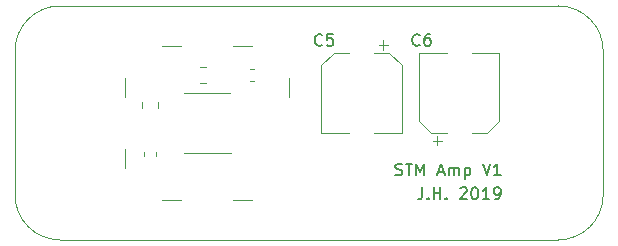
<source format=gto>
G04 #@! TF.GenerationSoftware,KiCad,Pcbnew,5.1.4*
G04 #@! TF.CreationDate,2019-09-17T23:22:18+02:00*
G04 #@! TF.ProjectId,Tunnelling-Amp,54756e6e-656c-46c6-996e-672d416d702e,rev?*
G04 #@! TF.SameCoordinates,Original*
G04 #@! TF.FileFunction,Legend,Top*
G04 #@! TF.FilePolarity,Positive*
%FSLAX46Y46*%
G04 Gerber Fmt 4.6, Leading zero omitted, Abs format (unit mm)*
G04 Created by KiCad (PCBNEW 5.1.4) date 2019-09-17 23:22:18*
%MOMM*%
%LPD*%
G04 APERTURE LIST*
%ADD10C,0.150000*%
%ADD11C,0.050000*%
%ADD12C,0.120000*%
G04 APERTURE END LIST*
D10*
X121992976Y-130567380D02*
X121992976Y-131281666D01*
X121945357Y-131424523D01*
X121850119Y-131519761D01*
X121707261Y-131567380D01*
X121612023Y-131567380D01*
X122469166Y-131472142D02*
X122516785Y-131519761D01*
X122469166Y-131567380D01*
X122421547Y-131519761D01*
X122469166Y-131472142D01*
X122469166Y-131567380D01*
X122945357Y-131567380D02*
X122945357Y-130567380D01*
X122945357Y-131043571D02*
X123516785Y-131043571D01*
X123516785Y-131567380D02*
X123516785Y-130567380D01*
X123992976Y-131472142D02*
X124040595Y-131519761D01*
X123992976Y-131567380D01*
X123945357Y-131519761D01*
X123992976Y-131472142D01*
X123992976Y-131567380D01*
X125183452Y-130662619D02*
X125231071Y-130615000D01*
X125326309Y-130567380D01*
X125564404Y-130567380D01*
X125659642Y-130615000D01*
X125707261Y-130662619D01*
X125754880Y-130757857D01*
X125754880Y-130853095D01*
X125707261Y-130995952D01*
X125135833Y-131567380D01*
X125754880Y-131567380D01*
X126373928Y-130567380D02*
X126469166Y-130567380D01*
X126564404Y-130615000D01*
X126612023Y-130662619D01*
X126659642Y-130757857D01*
X126707261Y-130948333D01*
X126707261Y-131186428D01*
X126659642Y-131376904D01*
X126612023Y-131472142D01*
X126564404Y-131519761D01*
X126469166Y-131567380D01*
X126373928Y-131567380D01*
X126278690Y-131519761D01*
X126231071Y-131472142D01*
X126183452Y-131376904D01*
X126135833Y-131186428D01*
X126135833Y-130948333D01*
X126183452Y-130757857D01*
X126231071Y-130662619D01*
X126278690Y-130615000D01*
X126373928Y-130567380D01*
X127659642Y-131567380D02*
X127088214Y-131567380D01*
X127373928Y-131567380D02*
X127373928Y-130567380D01*
X127278690Y-130710238D01*
X127183452Y-130805476D01*
X127088214Y-130853095D01*
X128135833Y-131567380D02*
X128326309Y-131567380D01*
X128421547Y-131519761D01*
X128469166Y-131472142D01*
X128564404Y-131329285D01*
X128612023Y-131138809D01*
X128612023Y-130757857D01*
X128564404Y-130662619D01*
X128516785Y-130615000D01*
X128421547Y-130567380D01*
X128231071Y-130567380D01*
X128135833Y-130615000D01*
X128088214Y-130662619D01*
X128040595Y-130757857D01*
X128040595Y-130995952D01*
X128088214Y-131091190D01*
X128135833Y-131138809D01*
X128231071Y-131186428D01*
X128421547Y-131186428D01*
X128516785Y-131138809D01*
X128564404Y-131091190D01*
X128612023Y-130995952D01*
X119707261Y-129519761D02*
X119850119Y-129567380D01*
X120088214Y-129567380D01*
X120183452Y-129519761D01*
X120231071Y-129472142D01*
X120278690Y-129376904D01*
X120278690Y-129281666D01*
X120231071Y-129186428D01*
X120183452Y-129138809D01*
X120088214Y-129091190D01*
X119897738Y-129043571D01*
X119802500Y-128995952D01*
X119754880Y-128948333D01*
X119707261Y-128853095D01*
X119707261Y-128757857D01*
X119754880Y-128662619D01*
X119802500Y-128615000D01*
X119897738Y-128567380D01*
X120135833Y-128567380D01*
X120278690Y-128615000D01*
X120564404Y-128567380D02*
X121135833Y-128567380D01*
X120850119Y-129567380D02*
X120850119Y-128567380D01*
X121469166Y-129567380D02*
X121469166Y-128567380D01*
X121802500Y-129281666D01*
X122135833Y-128567380D01*
X122135833Y-129567380D01*
X123326309Y-129281666D02*
X123802500Y-129281666D01*
X123231071Y-129567380D02*
X123564404Y-128567380D01*
X123897738Y-129567380D01*
X124231071Y-129567380D02*
X124231071Y-128900714D01*
X124231071Y-128995952D02*
X124278690Y-128948333D01*
X124373928Y-128900714D01*
X124516785Y-128900714D01*
X124612023Y-128948333D01*
X124659642Y-129043571D01*
X124659642Y-129567380D01*
X124659642Y-129043571D02*
X124707261Y-128948333D01*
X124802500Y-128900714D01*
X124945357Y-128900714D01*
X125040595Y-128948333D01*
X125088214Y-129043571D01*
X125088214Y-129567380D01*
X125564404Y-128900714D02*
X125564404Y-129900714D01*
X125564404Y-128948333D02*
X125659642Y-128900714D01*
X125850119Y-128900714D01*
X125945357Y-128948333D01*
X125992976Y-128995952D01*
X126040595Y-129091190D01*
X126040595Y-129376904D01*
X125992976Y-129472142D01*
X125945357Y-129519761D01*
X125850119Y-129567380D01*
X125659642Y-129567380D01*
X125564404Y-129519761D01*
X127088214Y-128567380D02*
X127421547Y-129567380D01*
X127754880Y-128567380D01*
X128612023Y-129567380D02*
X128040595Y-129567380D01*
X128326309Y-129567380D02*
X128326309Y-128567380D01*
X128231071Y-128710238D01*
X128135833Y-128805476D01*
X128040595Y-128853095D01*
D11*
X137300000Y-131215000D02*
X137300000Y-119115000D01*
X91300000Y-135015000D02*
X133500000Y-135015000D01*
X87500000Y-119015000D02*
X87500000Y-131215000D01*
X133500000Y-115213684D02*
X91300000Y-115215000D01*
X137300000Y-131215000D02*
G75*
G02X133500000Y-135015000I-3800000J0D01*
G01*
X133500000Y-115213684D02*
G75*
G02X137300000Y-119115000I0J-3801316D01*
G01*
X87500000Y-119015000D02*
G75*
G02X91300000Y-115215000I3800000J0D01*
G01*
X91300000Y-135015000D02*
G75*
G02X87500000Y-131215000I0J3800000D01*
G01*
D12*
X101830000Y-127675000D02*
X105788000Y-127675000D01*
X103756000Y-122555000D02*
X105706000Y-122555000D01*
X103756000Y-122555000D02*
X101806000Y-122555000D01*
X105956000Y-118615000D02*
X107556000Y-118615000D01*
X105956000Y-131615000D02*
X107556000Y-131615000D01*
X99956000Y-118615000D02*
X101556000Y-118615000D01*
X99956000Y-131615000D02*
X101556000Y-131615000D01*
X110736000Y-122915000D02*
X110736000Y-121315000D01*
X96776000Y-122915000D02*
X96776000Y-121315000D01*
X96776000Y-128915000D02*
X96776000Y-127315000D01*
X122858750Y-126618750D02*
X123646250Y-126618750D01*
X123252500Y-127012500D02*
X123252500Y-126225000D01*
X127445563Y-125985000D02*
X128510000Y-124920563D01*
X122754437Y-125985000D02*
X121690000Y-124920563D01*
X122754437Y-125985000D02*
X124040000Y-125985000D01*
X127445563Y-125985000D02*
X126160000Y-125985000D01*
X128510000Y-124920563D02*
X128510000Y-119165000D01*
X121690000Y-124920563D02*
X121690000Y-119165000D01*
X121690000Y-119165000D02*
X124040000Y-119165000D01*
X128510000Y-119165000D02*
X126160000Y-119165000D01*
X119086250Y-118531250D02*
X118298750Y-118531250D01*
X118692500Y-118137500D02*
X118692500Y-118925000D01*
X114499437Y-119165000D02*
X113435000Y-120229437D01*
X119190563Y-119165000D02*
X120255000Y-120229437D01*
X119190563Y-119165000D02*
X117905000Y-119165000D01*
X114499437Y-119165000D02*
X115785000Y-119165000D01*
X113435000Y-120229437D02*
X113435000Y-125985000D01*
X120255000Y-120229437D02*
X120255000Y-125985000D01*
X120255000Y-125985000D02*
X117905000Y-125985000D01*
X113435000Y-125985000D02*
X115785000Y-125985000D01*
X103121748Y-121761000D02*
X103644252Y-121761000D01*
X103121748Y-120341000D02*
X103644252Y-120341000D01*
X99640000Y-123852252D02*
X99640000Y-123329748D01*
X98220000Y-123852252D02*
X98220000Y-123329748D01*
X107737267Y-120541000D02*
X107394733Y-120541000D01*
X107737267Y-121561000D02*
X107394733Y-121561000D01*
X98420000Y-127610733D02*
X98420000Y-127953267D01*
X99440000Y-127610733D02*
X99440000Y-127953267D01*
D10*
X121758333Y-118487142D02*
X121710714Y-118534761D01*
X121567857Y-118582380D01*
X121472619Y-118582380D01*
X121329761Y-118534761D01*
X121234523Y-118439523D01*
X121186904Y-118344285D01*
X121139285Y-118153809D01*
X121139285Y-118010952D01*
X121186904Y-117820476D01*
X121234523Y-117725238D01*
X121329761Y-117630000D01*
X121472619Y-117582380D01*
X121567857Y-117582380D01*
X121710714Y-117630000D01*
X121758333Y-117677619D01*
X122615476Y-117582380D02*
X122425000Y-117582380D01*
X122329761Y-117630000D01*
X122282142Y-117677619D01*
X122186904Y-117820476D01*
X122139285Y-118010952D01*
X122139285Y-118391904D01*
X122186904Y-118487142D01*
X122234523Y-118534761D01*
X122329761Y-118582380D01*
X122520238Y-118582380D01*
X122615476Y-118534761D01*
X122663095Y-118487142D01*
X122710714Y-118391904D01*
X122710714Y-118153809D01*
X122663095Y-118058571D01*
X122615476Y-118010952D01*
X122520238Y-117963333D01*
X122329761Y-117963333D01*
X122234523Y-118010952D01*
X122186904Y-118058571D01*
X122139285Y-118153809D01*
X113503333Y-118487142D02*
X113455714Y-118534761D01*
X113312857Y-118582380D01*
X113217619Y-118582380D01*
X113074761Y-118534761D01*
X112979523Y-118439523D01*
X112931904Y-118344285D01*
X112884285Y-118153809D01*
X112884285Y-118010952D01*
X112931904Y-117820476D01*
X112979523Y-117725238D01*
X113074761Y-117630000D01*
X113217619Y-117582380D01*
X113312857Y-117582380D01*
X113455714Y-117630000D01*
X113503333Y-117677619D01*
X114408095Y-117582380D02*
X113931904Y-117582380D01*
X113884285Y-118058571D01*
X113931904Y-118010952D01*
X114027142Y-117963333D01*
X114265238Y-117963333D01*
X114360476Y-118010952D01*
X114408095Y-118058571D01*
X114455714Y-118153809D01*
X114455714Y-118391904D01*
X114408095Y-118487142D01*
X114360476Y-118534761D01*
X114265238Y-118582380D01*
X114027142Y-118582380D01*
X113931904Y-118534761D01*
X113884285Y-118487142D01*
M02*

</source>
